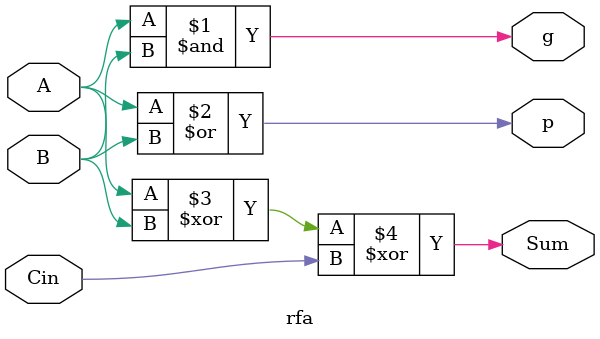
<source format=sv>
module rfa (input logic A, B, Cin, output logic Sum, g, p);

    assign g = A & B;
    assign p = A | B;
    assign Sum = A ^ B ^ Cin;

endmodule
</source>
